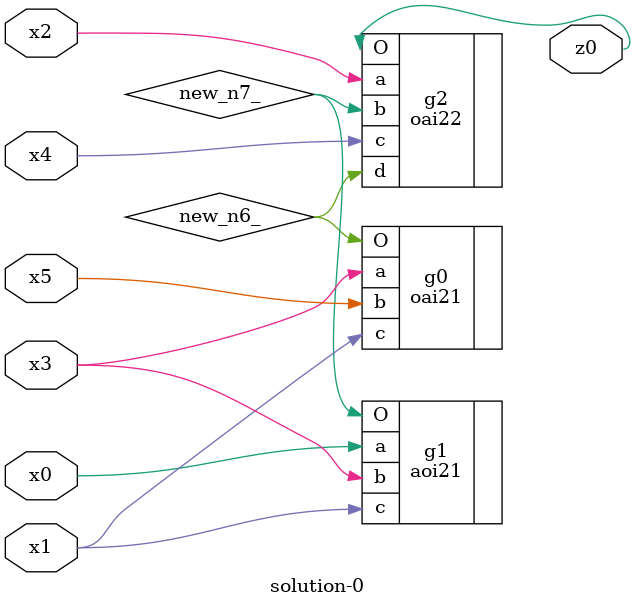
<source format=v>
module \solution-0 (
  x0, x1, x2, x3, x4, x5,
  z0 );
  input x0, x1, x2, x3, x4, x5;
  output z0;
  wire new_n6_, new_n7_;
  oai21  g0(.a(x3), .b(x5), .c(x1), .O(new_n6_));
  aoi21  g1(.a(x0), .b(x3), .c(x1), .O(new_n7_));
  oai22  g2(.a(x2), .b(new_n7_), .c(x4), .d(new_n6_), .O(z0));
endmodule

</source>
